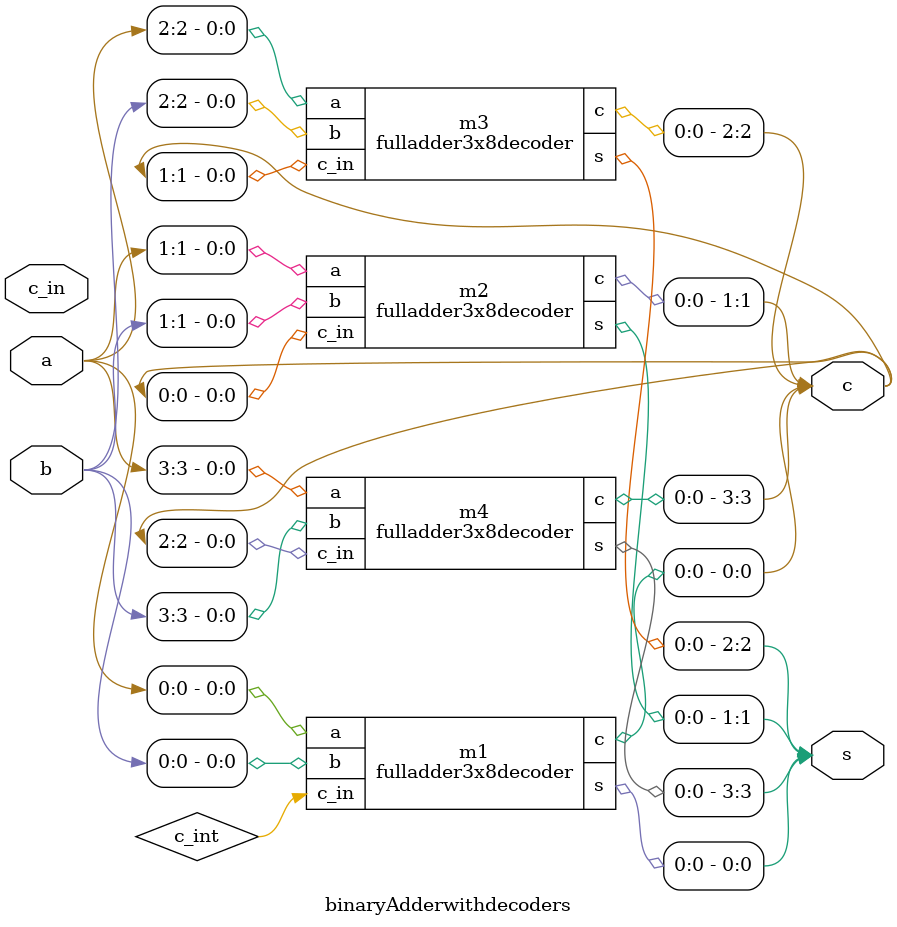
<source format=v>
module fulladder3x8decoder(a,b,c_in,c,s);

input a,b,c_in;
output s,c;
wire [7:0]d;
wire nota, notb, notc;

not n0(nota, a);
not n1(notb, b);
not n2(notc, c_in);

and m1(d[0], nota, notb, notc); 
and m2(d[1], nota, notb, c_in);  
and m3(d[2], nota, b,  notc); 
and m4(d[3], nota, b,  c_in); 
and m5(d[4], a,  notb, notc); 
and m6(d[5], a,  notb, c_in); 
and m7(d[6], a,  b,  notc); 
and m8(d[7], a,  b,  c_in);  

or m9(s,d[1],d[2],d[4],d[7]);
or m10(c,d[3],d[5],d[6],d[7]);

endmodule

//binary adder kodu
module binaryAdderwithdecoders(c,s,a,b,c_in);

input [3:0]a;
input  [3:0]b;
input c_in;
output [3:0]c;
output [3:0]s;


fulladder3x8decoder m1(a[0],b[0],c_int,c[0],s[0]);
fulladder3x8decoder m2(a[1],b[1],c[0],c[1],s[1]);
fulladder3x8decoder m3(a[2],b[2],c[1],c[2],s[2]);
fulladder3x8decoder m4(a[3],b[3],c[2],c[3],s[3]);


endmodule

</source>
